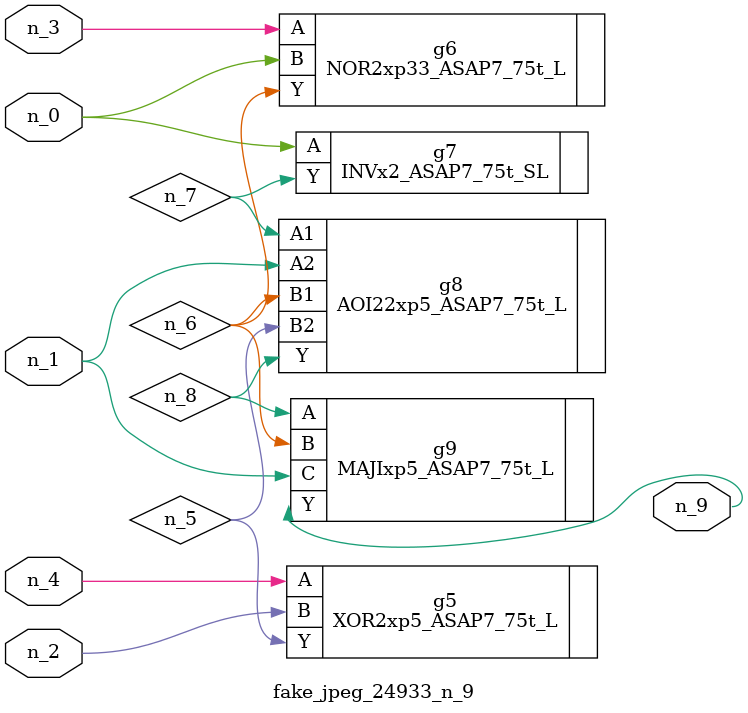
<source format=v>
module fake_jpeg_24933_n_9 (n_3, n_2, n_1, n_0, n_4, n_9);

input n_3;
input n_2;
input n_1;
input n_0;
input n_4;

output n_9;

wire n_8;
wire n_6;
wire n_5;
wire n_7;

XOR2xp5_ASAP7_75t_L g5 ( 
.A(n_4),
.B(n_2),
.Y(n_5)
);

NOR2xp33_ASAP7_75t_L g6 ( 
.A(n_3),
.B(n_0),
.Y(n_6)
);

INVx2_ASAP7_75t_SL g7 ( 
.A(n_0),
.Y(n_7)
);

AOI22xp5_ASAP7_75t_L g8 ( 
.A1(n_7),
.A2(n_1),
.B1(n_6),
.B2(n_5),
.Y(n_8)
);

MAJIxp5_ASAP7_75t_L g9 ( 
.A(n_8),
.B(n_6),
.C(n_1),
.Y(n_9)
);


endmodule
</source>
